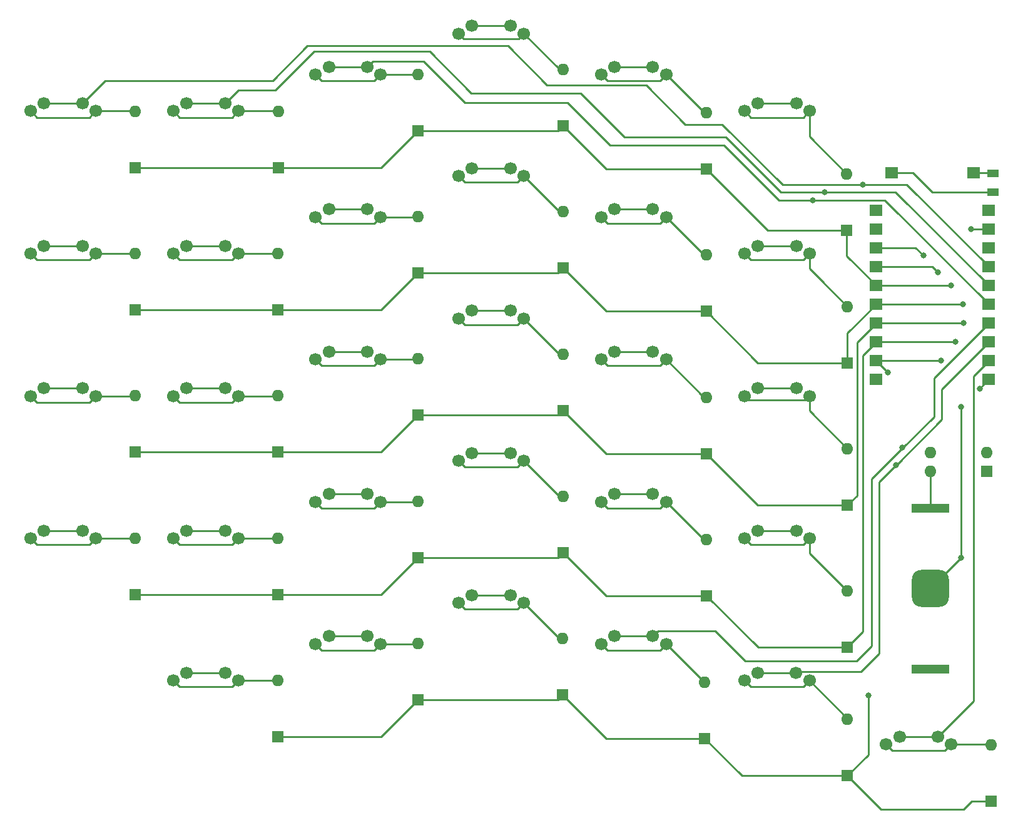
<source format=gbr>
%TF.GenerationSoftware,KiCad,Pcbnew,(6.0.8)*%
%TF.CreationDate,2023-02-14T17:54:26+07:00*%
%TF.ProjectId,dongle_256,646f6e67-6c65-45f3-9235-362e6b696361,rev?*%
%TF.SameCoordinates,Original*%
%TF.FileFunction,Copper,L1,Top*%
%TF.FilePolarity,Positive*%
%FSLAX46Y46*%
G04 Gerber Fmt 4.6, Leading zero omitted, Abs format (unit mm)*
G04 Created by KiCad (PCBNEW (6.0.8)) date 2023-02-14 17:54:26*
%MOMM*%
%LPD*%
G01*
G04 APERTURE LIST*
G04 Aperture macros list*
%AMRoundRect*
0 Rectangle with rounded corners*
0 $1 Rounding radius*
0 $2 $3 $4 $5 $6 $7 $8 $9 X,Y pos of 4 corners*
0 Add a 4 corners polygon primitive as box body*
4,1,4,$2,$3,$4,$5,$6,$7,$8,$9,$2,$3,0*
0 Add four circle primitives for the rounded corners*
1,1,$1+$1,$2,$3*
1,1,$1+$1,$4,$5*
1,1,$1+$1,$6,$7*
1,1,$1+$1,$8,$9*
0 Add four rect primitives between the rounded corners*
20,1,$1+$1,$2,$3,$4,$5,0*
20,1,$1+$1,$4,$5,$6,$7,0*
20,1,$1+$1,$6,$7,$8,$9,0*
20,1,$1+$1,$8,$9,$2,$3,0*%
G04 Aperture macros list end*
%TA.AperFunction,ComponentPad*%
%ADD10R,1.600000X1.600000*%
%TD*%
%TA.AperFunction,ComponentPad*%
%ADD11O,1.600000X1.600000*%
%TD*%
%TA.AperFunction,ComponentPad*%
%ADD12C,1.700000*%
%TD*%
%TA.AperFunction,SMDPad,CuDef*%
%ADD13R,1.800000X1.524000*%
%TD*%
%TA.AperFunction,SMDPad,CuDef*%
%ADD14R,5.100000X1.200000*%
%TD*%
%TA.AperFunction,SMDPad,CuDef*%
%ADD15RoundRect,1.250000X1.250000X-1.250000X1.250000X1.250000X-1.250000X1.250000X-1.250000X-1.250000X0*%
%TD*%
%TA.AperFunction,SMDPad,CuDef*%
%ADD16R,1.524000X1.000000*%
%TD*%
%TA.AperFunction,ViaPad*%
%ADD17C,0.800000*%
%TD*%
%TA.AperFunction,Conductor*%
%ADD18C,0.250000*%
%TD*%
G04 APERTURE END LIST*
D10*
%TO.P,D17,1,K*%
%TO.N,Net-(D13-Pad1)*%
X125830000Y-92787500D03*
D11*
%TO.P,D17,2,A*%
%TO.N,Net-(D17-Pad2)*%
X125830000Y-85167500D03*
%TD*%
D12*
%TO.P,SW28,1,COL*%
%TO.N,Net-(SW10-Pad1)*%
X113360000Y-117485500D03*
X118560000Y-117485500D03*
%TO.P,SW28,2,ROW*%
%TO.N,Net-(D28-Pad2)*%
X120360000Y-118535500D03*
X111560000Y-118535500D03*
%TD*%
D13*
%TO.P,U1,0.02,0.02*%
%TO.N,Net-(SW15-Pad1)*%
X164020000Y-72595000D03*
%TO.P,U1,0.09,0.09*%
%TO.N,Net-(D19-Pad1)*%
X148780000Y-77675000D03*
%TO.P,U1,0.10,0.10*%
%TO.N,Net-(D25-Pad1)*%
X148780000Y-80215000D03*
%TO.P,U1,0.13,0.13*%
%TO.N,Net-(U1-Pad0.13)*%
X148780000Y-59895000D03*
%TO.P,U1,0.15,0.15*%
%TO.N,Net-(U1-Pad0.15)*%
X148780000Y-62435000D03*
%TO.P,U1,0.17,0.17*%
%TO.N,Net-(U1-Pad0.17)*%
X148780000Y-64975000D03*
%TO.P,U1,0.20,0.20*%
%TO.N,Net-(SW31-Pad2)*%
X148780000Y-67515000D03*
%TO.P,U1,0.22,0.22*%
%TO.N,Net-(D1-Pad1)*%
X148780000Y-70055000D03*
%TO.P,U1,0.24,0.24*%
%TO.N,Net-(D10-Pad1)*%
X148780000Y-72595000D03*
%TO.P,U1,0.29,0.29*%
%TO.N,Net-(SW14-Pad1)*%
X164020000Y-70055000D03*
%TO.P,U1,0.31,0.31*%
%TO.N,Net-(SW1-Pad1)*%
X164020000Y-67515000D03*
%TO.P,U1,1.00,1.00*%
%TO.N,Net-(D13-Pad1)*%
X148780000Y-75135000D03*
%TO.P,U1,1.10,1.10*%
%TO.N,Net-(SW12-Pad1)*%
X164020000Y-80215000D03*
%TO.P,U1,1.13,1.13*%
%TO.N,Net-(SW11-Pad1)*%
X164020000Y-77675000D03*
%TO.P,U1,1.15,1.15*%
%TO.N,Net-(SW10-Pad1)*%
X164020000Y-75135000D03*
%TO.P,U1,G1,GND*%
%TO.N,Net-(BT1-Pad2)*%
X148780000Y-82755000D03*
%TO.P,U1,G2,GND*%
X164020000Y-82755000D03*
%TO.P,U1,G3,GND*%
X164020000Y-64975000D03*
%TO.P,U1,OUT,OUT*%
%TO.N,Net-(U1-PadOUT)*%
X164020000Y-62435000D03*
%TO.P,U1,SWDCLK,SWDCLK*%
%TO.N,Net-(J1-Pad1)*%
X161960000Y-54815000D03*
%TO.P,U1,SWDIO,SWDIO*%
%TO.N,Net-(J1-Pad2)*%
X150840000Y-54815000D03*
%TO.P,U1,VBUS,VBUS*%
%TO.N,Net-(U1-PadVBUS)*%
X164020000Y-59895000D03*
%TD*%
D10*
%TO.P,D30,1,K*%
%TO.N,Net-(D25-Pad1)*%
X164300000Y-139810000D03*
D11*
%TO.P,D30,2,A*%
%TO.N,Net-(D30-Pad2)*%
X164300000Y-132190000D03*
%TD*%
D10*
%TO.P,D12,1,K*%
%TO.N,Net-(D10-Pad1)*%
X144900000Y-80505000D03*
D11*
%TO.P,D12,2,A*%
%TO.N,Net-(D12-Pad2)*%
X144900000Y-72885000D03*
%TD*%
D10*
%TO.P,D21,1,K*%
%TO.N,Net-(D19-Pad1)*%
X86800000Y-106855000D03*
D11*
%TO.P,D21,2,A*%
%TO.N,Net-(D21-Pad2)*%
X86800000Y-99235000D03*
%TD*%
D10*
%TO.P,D22,1,K*%
%TO.N,Net-(D19-Pad1)*%
X106400000Y-106200000D03*
D11*
%TO.P,D22,2,A*%
%TO.N,Net-(D22-Pad2)*%
X106400000Y-98580000D03*
%TD*%
D12*
%TO.P,SW8,1,COL*%
%TO.N,Net-(SW14-Pad1)*%
X55490000Y-64673000D03*
X60690000Y-64673000D03*
%TO.P,SW8,2,ROW*%
%TO.N,Net-(D8-Pad2)*%
X53690000Y-65723000D03*
X62490000Y-65723000D03*
%TD*%
%TO.P,SW24,1,COL*%
%TO.N,Net-(SW12-Pad1)*%
X137970000Y-103204500D03*
X132770000Y-103204500D03*
%TO.P,SW24,2,ROW*%
%TO.N,Net-(D24-Pad2)*%
X130970000Y-104254500D03*
X139770000Y-104254500D03*
%TD*%
D10*
%TO.P,D5,1,K*%
%TO.N,Net-(D1-Pad1)*%
X125834000Y-54292500D03*
D11*
%TO.P,D5,2,A*%
%TO.N,Net-(D5-Pad2)*%
X125834000Y-46672500D03*
%TD*%
D12*
%TO.P,SW27,1,COL*%
%TO.N,Net-(SW15-Pad1)*%
X94080000Y-111945500D03*
X99280000Y-111945500D03*
%TO.P,SW27,2,ROW*%
%TO.N,Net-(D27-Pad2)*%
X92280000Y-112995500D03*
X101080000Y-112995500D03*
%TD*%
D10*
%TO.P,D27,1,K*%
%TO.N,Net-(D25-Pad1)*%
X106366000Y-125410250D03*
D11*
%TO.P,D27,2,A*%
%TO.N,Net-(D27-Pad2)*%
X106366000Y-117790250D03*
%TD*%
D12*
%TO.P,SW29,1,COL*%
%TO.N,Net-(SW11-Pad1)*%
X132760000Y-122433000D03*
X137960000Y-122433000D03*
%TO.P,SW29,2,ROW*%
%TO.N,Net-(D29-Pad2)*%
X139760000Y-123483000D03*
X130960000Y-123483000D03*
%TD*%
D14*
%TO.P,BT1,1,+*%
%TO.N,Net-(BT1-Pad1)*%
X156150000Y-100150000D03*
X156150000Y-121950000D03*
D15*
%TO.P,BT1,2,-*%
%TO.N,Net-(BT1-Pad2)*%
X156150000Y-111050000D03*
%TD*%
D10*
%TO.P,D20,1,K*%
%TO.N,Net-(D19-Pad1)*%
X67850000Y-111849750D03*
D11*
%TO.P,D20,2,A*%
%TO.N,Net-(D20-Pad2)*%
X67850000Y-104229750D03*
%TD*%
D12*
%TO.P,SW10,1,COL*%
%TO.N,Net-(SW10-Pad1)*%
X99290000Y-54185500D03*
X94090000Y-54185500D03*
%TO.P,SW10,2,ROW*%
%TO.N,Net-(D10-Pad2)*%
X101090000Y-55235500D03*
X92290000Y-55235500D03*
%TD*%
D10*
%TO.P,D4,1,K*%
%TO.N,Net-(D1-Pad1)*%
X106408000Y-48457500D03*
D11*
%TO.P,D4,2,A*%
%TO.N,Net-(D4-Pad2)*%
X106408000Y-40837500D03*
%TD*%
D12*
%TO.P,SW3,1,COL*%
%TO.N,Net-(SW15-Pad1)*%
X74730000Y-40459750D03*
X79930000Y-40459750D03*
%TO.P,SW3,2,ROW*%
%TO.N,Net-(D3-Pad2)*%
X72930000Y-41509750D03*
X81730000Y-41509750D03*
%TD*%
D10*
%TO.P,D29,1,K*%
%TO.N,Net-(D25-Pad1)*%
X144870000Y-136367500D03*
D11*
%TO.P,D29,2,A*%
%TO.N,Net-(D29-Pad2)*%
X144870000Y-128747500D03*
%TD*%
D10*
%TO.P,D16,1,K*%
%TO.N,Net-(D13-Pad1)*%
X106400000Y-86952500D03*
D11*
%TO.P,D16,2,A*%
%TO.N,Net-(D16-Pad2)*%
X106400000Y-79332500D03*
%TD*%
D12*
%TO.P,SW11,1,COL*%
%TO.N,Net-(SW11-Pad1)*%
X113370000Y-59725500D03*
X118570000Y-59725500D03*
%TO.P,SW11,2,ROW*%
%TO.N,Net-(D11-Pad2)*%
X120370000Y-60775500D03*
X111570000Y-60775500D03*
%TD*%
D10*
%TO.P,D18,1,K*%
%TO.N,Net-(D13-Pad1)*%
X144900000Y-99752500D03*
D11*
%TO.P,D18,2,A*%
%TO.N,Net-(D18-Pad2)*%
X144900000Y-92132500D03*
%TD*%
D10*
%TO.P,D26,1,K*%
%TO.N,Net-(D25-Pad1)*%
X86758000Y-126065250D03*
D11*
%TO.P,D26,2,A*%
%TO.N,Net-(D26-Pad2)*%
X86758000Y-118445250D03*
%TD*%
D12*
%TO.P,SW4,1,COL*%
%TO.N,Net-(SW10-Pad1)*%
X99290000Y-34919750D03*
X94090000Y-34919750D03*
%TO.P,SW4,2,ROW*%
%TO.N,Net-(D4-Pad2)*%
X101090000Y-35969750D03*
X92290000Y-35969750D03*
%TD*%
D10*
%TO.P,D3,1,K*%
%TO.N,Net-(D1-Pad1)*%
X86812000Y-49112500D03*
D11*
%TO.P,D3,2,A*%
%TO.N,Net-(D3-Pad2)*%
X86812000Y-41492500D03*
%TD*%
D12*
%TO.P,SW17,1,COL*%
%TO.N,Net-(SW11-Pad1)*%
X118570000Y-78991250D03*
X113370000Y-78991250D03*
%TO.P,SW17,2,ROW*%
%TO.N,Net-(D17-Pad2)*%
X111570000Y-80041250D03*
X120370000Y-80041250D03*
%TD*%
%TO.P,SW19,1,COL*%
%TO.N,Net-(SW1-Pad1)*%
X41370000Y-103204500D03*
X36170000Y-103204500D03*
%TO.P,SW19,2,ROW*%
%TO.N,Net-(D19-Pad2)*%
X34370000Y-104254500D03*
X43170000Y-104254500D03*
%TD*%
%TO.P,SW26,1,COL*%
%TO.N,Net-(SW14-Pad1)*%
X79920000Y-117485500D03*
X74720000Y-117485500D03*
%TO.P,SW26,2,ROW*%
%TO.N,Net-(D26-Pad2)*%
X72920000Y-118535500D03*
X81720000Y-118535500D03*
%TD*%
%TO.P,SW1,1,COL*%
%TO.N,Net-(SW1-Pad1)*%
X36170000Y-45407250D03*
X41370000Y-45407250D03*
%TO.P,SW1,2,ROW*%
%TO.N,Net-(D1-Pad2)*%
X43170000Y-46457250D03*
X34370000Y-46457250D03*
%TD*%
D10*
%TO.P,D7,1,K*%
%TO.N,Net-(D10-Pad1)*%
X48530000Y-73354750D03*
D11*
%TO.P,D7,2,A*%
%TO.N,Net-(D7-Pad2)*%
X48530000Y-65734750D03*
%TD*%
D10*
%TO.P,D11,1,K*%
%TO.N,Net-(D10-Pad1)*%
X125830000Y-73540000D03*
D11*
%TO.P,D11,2,A*%
%TO.N,Net-(D11-Pad2)*%
X125830000Y-65920000D03*
%TD*%
D12*
%TO.P,SW2,1,COL*%
%TO.N,Net-(SW14-Pad1)*%
X60690000Y-45407250D03*
X55490000Y-45407250D03*
%TO.P,SW2,2,ROW*%
%TO.N,Net-(D2-Pad2)*%
X53690000Y-46457250D03*
X62490000Y-46457250D03*
%TD*%
D10*
%TO.P,D14,1,K*%
%TO.N,Net-(D13-Pad1)*%
X67850000Y-92602250D03*
D11*
%TO.P,D14,2,A*%
%TO.N,Net-(D14-Pad2)*%
X67850000Y-84982250D03*
%TD*%
D12*
%TO.P,SW12,1,COL*%
%TO.N,Net-(SW12-Pad1)*%
X132770000Y-64673000D03*
X137970000Y-64673000D03*
%TO.P,SW12,2,ROW*%
%TO.N,Net-(D12-Pad2)*%
X130970000Y-65723000D03*
X139770000Y-65723000D03*
%TD*%
D16*
%TO.P,J1,1,Pin_1*%
%TO.N,Net-(J1-Pad1)*%
X164600000Y-54850000D03*
%TO.P,J1,2,Pin_2*%
%TO.N,Net-(J1-Pad2)*%
X164600000Y-57390000D03*
%TD*%
D12*
%TO.P,SW23,1,COL*%
%TO.N,Net-(SW11-Pad1)*%
X113370000Y-98257000D03*
X118570000Y-98257000D03*
%TO.P,SW23,2,ROW*%
%TO.N,Net-(D23-Pad2)*%
X111570000Y-99307000D03*
X120370000Y-99307000D03*
%TD*%
%TO.P,SW5,1,COL*%
%TO.N,Net-(SW11-Pad1)*%
X113370000Y-40459750D03*
X118570000Y-40459750D03*
%TO.P,SW5,2,ROW*%
%TO.N,Net-(D5-Pad2)*%
X120370000Y-41509750D03*
X111570000Y-41509750D03*
%TD*%
%TO.P,SW6,1,COL*%
%TO.N,Net-(SW12-Pad1)*%
X132770000Y-45407250D03*
X137970000Y-45407250D03*
%TO.P,SW6,2,ROW*%
%TO.N,Net-(D6-Pad2)*%
X130970000Y-46457250D03*
X139770000Y-46457250D03*
%TD*%
D10*
%TO.P,D25,1,K*%
%TO.N,Net-(D25-Pad1)*%
X67800000Y-131060000D03*
D11*
%TO.P,D25,2,A*%
%TO.N,Net-(D25-Pad2)*%
X67800000Y-123440000D03*
%TD*%
D12*
%TO.P,SW14,1,COL*%
%TO.N,Net-(SW14-Pad1)*%
X60690000Y-83938750D03*
X55490000Y-83938750D03*
%TO.P,SW14,2,ROW*%
%TO.N,Net-(D14-Pad2)*%
X62490000Y-84988750D03*
X53690000Y-84988750D03*
%TD*%
%TO.P,SW20,1,COL*%
%TO.N,Net-(SW14-Pad1)*%
X60690000Y-103204500D03*
X55490000Y-103204500D03*
%TO.P,SW20,2,ROW*%
%TO.N,Net-(D20-Pad2)*%
X62490000Y-104254500D03*
X53690000Y-104254500D03*
%TD*%
D10*
%TO.P,D9,1,K*%
%TO.N,Net-(D10-Pad1)*%
X86800000Y-68360000D03*
D11*
%TO.P,D9,2,A*%
%TO.N,Net-(D9-Pad2)*%
X86800000Y-60740000D03*
%TD*%
D10*
%TO.P,D19,1,K*%
%TO.N,Net-(D19-Pad1)*%
X48530000Y-111849750D03*
D11*
%TO.P,D19,2,A*%
%TO.N,Net-(D19-Pad2)*%
X48530000Y-104229750D03*
%TD*%
D10*
%TO.P,D15,1,K*%
%TO.N,Net-(D13-Pad1)*%
X86800000Y-87607500D03*
D11*
%TO.P,D15,2,A*%
%TO.N,Net-(D15-Pad2)*%
X86800000Y-79987500D03*
%TD*%
D10*
%TO.P,D2,1,K*%
%TO.N,Net-(D1-Pad1)*%
X67866000Y-54107250D03*
D11*
%TO.P,D2,2,A*%
%TO.N,Net-(D2-Pad2)*%
X67866000Y-46487250D03*
%TD*%
D10*
%TO.P,D13,1,K*%
%TO.N,Net-(D13-Pad1)*%
X48530000Y-92602250D03*
D11*
%TO.P,D13,2,A*%
%TO.N,Net-(D13-Pad2)*%
X48530000Y-84982250D03*
%TD*%
D12*
%TO.P,SW15,1,COL*%
%TO.N,Net-(SW15-Pad1)*%
X74730000Y-78991250D03*
X79930000Y-78991250D03*
%TO.P,SW15,2,ROW*%
%TO.N,Net-(D15-Pad2)*%
X72930000Y-80041250D03*
X81730000Y-80041250D03*
%TD*%
%TO.P,SW30,1,COL*%
%TO.N,Net-(SW12-Pad1)*%
X151950000Y-131053000D03*
X157150000Y-131053000D03*
%TO.P,SW30,2,ROW*%
%TO.N,Net-(D30-Pad2)*%
X150150000Y-132103000D03*
X158950000Y-132103000D03*
%TD*%
%TO.P,SW18,1,COL*%
%TO.N,Net-(SW12-Pad1)*%
X132770000Y-83938750D03*
X137970000Y-83938750D03*
%TO.P,SW18,2,ROW*%
%TO.N,Net-(D18-Pad2)*%
X139770000Y-84988750D03*
X130970000Y-84988750D03*
%TD*%
D10*
%TO.P,D6,1,K*%
%TO.N,Net-(D1-Pad1)*%
X144800000Y-62560000D03*
D11*
%TO.P,D6,2,A*%
%TO.N,Net-(D6-Pad2)*%
X144800000Y-54940000D03*
%TD*%
D12*
%TO.P,SW9,1,COL*%
%TO.N,Net-(SW15-Pad1)*%
X79930000Y-59725500D03*
X74730000Y-59725500D03*
%TO.P,SW9,2,ROW*%
%TO.N,Net-(D9-Pad2)*%
X81730000Y-60775500D03*
X72930000Y-60775500D03*
%TD*%
%TO.P,SW21,1,COL*%
%TO.N,Net-(SW15-Pad1)*%
X79930000Y-98257000D03*
X74730000Y-98257000D03*
%TO.P,SW21,2,ROW*%
%TO.N,Net-(D21-Pad2)*%
X72930000Y-99307000D03*
X81730000Y-99307000D03*
%TD*%
%TO.P,SW16,1,COL*%
%TO.N,Net-(SW10-Pad1)*%
X94090000Y-73451250D03*
X99290000Y-73451250D03*
%TO.P,SW16,2,ROW*%
%TO.N,Net-(D16-Pad2)*%
X101090000Y-74501250D03*
X92290000Y-74501250D03*
%TD*%
D10*
%TO.P,D28,1,K*%
%TO.N,Net-(D25-Pad1)*%
X125600000Y-131350000D03*
D11*
%TO.P,D28,2,A*%
%TO.N,Net-(D28-Pad2)*%
X125600000Y-123730000D03*
%TD*%
D10*
%TO.P,SW31,1*%
%TO.N,Net-(U1-PadOUT)*%
X163767500Y-95175000D03*
D11*
%TO.P,SW31,2*%
%TO.N,Net-(SW31-Pad2)*%
X163767500Y-92635000D03*
%TO.P,SW31,3*%
%TO.N,Net-(U1-Pad0.17)*%
X156147500Y-92635000D03*
%TO.P,SW31,4*%
%TO.N,Net-(BT1-Pad1)*%
X156147500Y-95175000D03*
%TD*%
D12*
%TO.P,SW13,1,COL*%
%TO.N,Net-(SW1-Pad1)*%
X41370000Y-83938750D03*
X36170000Y-83938750D03*
%TO.P,SW13,2,ROW*%
%TO.N,Net-(D13-Pad2)*%
X43170000Y-84988750D03*
X34370000Y-84988750D03*
%TD*%
D10*
%TO.P,D8,1,K*%
%TO.N,Net-(D10-Pad1)*%
X67850000Y-73354750D03*
D11*
%TO.P,D8,2,A*%
%TO.N,Net-(D8-Pad2)*%
X67850000Y-65734750D03*
%TD*%
D12*
%TO.P,SW7,1,COL*%
%TO.N,Net-(SW1-Pad1)*%
X41370000Y-64673000D03*
X36170000Y-64673000D03*
%TO.P,SW7,2,ROW*%
%TO.N,Net-(D7-Pad2)*%
X34370000Y-65723000D03*
X43170000Y-65723000D03*
%TD*%
D10*
%TO.P,D23,1,K*%
%TO.N,Net-(D19-Pad1)*%
X125830000Y-112035000D03*
D11*
%TO.P,D23,2,A*%
%TO.N,Net-(D23-Pad2)*%
X125830000Y-104415000D03*
%TD*%
D10*
%TO.P,D24,1,K*%
%TO.N,Net-(D19-Pad1)*%
X144900000Y-119000000D03*
D11*
%TO.P,D24,2,A*%
%TO.N,Net-(D24-Pad2)*%
X144900000Y-111380000D03*
%TD*%
D12*
%TO.P,SW22,1,COL*%
%TO.N,Net-(SW10-Pad1)*%
X99290000Y-92717000D03*
X94090000Y-92717000D03*
%TO.P,SW22,2,ROW*%
%TO.N,Net-(D22-Pad2)*%
X92290000Y-93767000D03*
X101090000Y-93767000D03*
%TD*%
%TO.P,SW25,1,COL*%
%TO.N,Net-(SW1-Pad1)*%
X60680000Y-122433000D03*
X55480000Y-122433000D03*
%TO.P,SW25,2,ROW*%
%TO.N,Net-(D25-Pad2)*%
X62480000Y-123483000D03*
X53680000Y-123483000D03*
%TD*%
D10*
%TO.P,D1,1,K*%
%TO.N,Net-(D1-Pad1)*%
X48550000Y-54107250D03*
D11*
%TO.P,D1,2,A*%
%TO.N,Net-(D1-Pad2)*%
X48550000Y-46487250D03*
%TD*%
D10*
%TO.P,D10,1,K*%
%TO.N,Net-(D10-Pad1)*%
X106400000Y-67705000D03*
D11*
%TO.P,D10,2,A*%
%TO.N,Net-(D10-Pad2)*%
X106400000Y-60085000D03*
%TD*%
D17*
%TO.N,Net-(D1-Pad1)*%
X158945000Y-70055000D03*
%TO.N,Net-(D10-Pad1)*%
X160555000Y-72595000D03*
%TO.N,Net-(D13-Pad1)*%
X160585000Y-75135000D03*
%TO.N,Net-(D19-Pad1)*%
X159475000Y-77675000D03*
%TO.N,Net-(D25-Pad1)*%
X147721000Y-125479000D03*
X150400000Y-81800000D03*
X157550000Y-80215000D03*
%TO.N,Net-(SW1-Pad1)*%
X147000000Y-56400000D03*
%TO.N,Net-(SW14-Pad1)*%
X141850000Y-57400000D03*
%TO.N,Net-(SW15-Pad1)*%
X140200000Y-58500000D03*
%TO.N,Net-(SW10-Pad1)*%
X152350000Y-92000000D03*
%TO.N,Net-(SW11-Pad1)*%
X151450000Y-94300000D03*
%TO.N,Net-(BT1-Pad2)*%
X160300000Y-106900000D03*
X162775000Y-84000000D03*
X160300000Y-86450000D03*
%TO.N,Net-(U1-PadOUT)*%
X161665000Y-62435000D03*
%TO.N,Net-(SW31-Pad2)*%
X157100000Y-68250000D03*
%TO.N,Net-(U1-Pad0.17)*%
X155150000Y-66000000D03*
%TD*%
D18*
%TO.N,Net-(D1-Pad1)*%
X105753000Y-49112500D02*
X106408000Y-48457500D01*
X144800000Y-66065000D02*
X144800000Y-62560000D01*
X48550000Y-54107250D02*
X67866000Y-54107250D01*
X148780000Y-70055000D02*
X158945000Y-70055000D01*
X148800000Y-70065000D02*
X144800000Y-66065000D01*
X133895750Y-62354250D02*
X125834000Y-54292500D01*
X81817250Y-54107250D02*
X86812000Y-49112500D01*
X86812000Y-49112500D02*
X105753000Y-49112500D01*
X133895750Y-62354250D02*
X134101500Y-62560000D01*
X67866000Y-54107250D02*
X81817250Y-54107250D01*
X106408000Y-48457500D02*
X112243000Y-54292500D01*
X134101500Y-62560000D02*
X144800000Y-62560000D01*
X112243000Y-54292500D02*
X125834000Y-54292500D01*
%TO.N,Net-(D1-Pad2)*%
X48520000Y-46457250D02*
X48550000Y-46487250D01*
X34370000Y-46457250D02*
X35220000Y-47307250D01*
X42320000Y-47307250D02*
X43170000Y-46457250D01*
X35220000Y-47307250D02*
X42320000Y-47307250D01*
X43170000Y-46457250D02*
X48520000Y-46457250D01*
%TO.N,Net-(D2-Pad2)*%
X61640000Y-47307250D02*
X62490000Y-46457250D01*
X67836000Y-46457250D02*
X67866000Y-46487250D01*
X62490000Y-46457250D02*
X67836000Y-46457250D01*
X53690000Y-46457250D02*
X54540000Y-47307250D01*
X54540000Y-47307250D02*
X61640000Y-47307250D01*
%TO.N,Net-(D3-Pad2)*%
X80880000Y-42359750D02*
X81730000Y-41509750D01*
X73780000Y-42359750D02*
X80880000Y-42359750D01*
X81730000Y-41509750D02*
X86794750Y-41509750D01*
X72930000Y-41509750D02*
X73780000Y-42359750D01*
X86794750Y-41509750D02*
X86812000Y-41492500D01*
%TO.N,Net-(D4-Pad2)*%
X92970250Y-36650000D02*
X100409750Y-36650000D01*
X100409750Y-36650000D02*
X101090000Y-35969750D01*
X105957750Y-40837500D02*
X106408000Y-40837500D01*
X92290000Y-35969750D02*
X92970250Y-36650000D01*
X101090000Y-35969750D02*
X105957750Y-40837500D01*
%TO.N,Net-(D5-Pad2)*%
X119520000Y-42359750D02*
X120370000Y-41509750D01*
X111570000Y-41509750D02*
X112420000Y-42359750D01*
X120370000Y-41509750D02*
X125532750Y-46672500D01*
X112420000Y-42359750D02*
X119520000Y-42359750D01*
X125532750Y-46672500D02*
X125834000Y-46672500D01*
%TO.N,Net-(D6-Pad2)*%
X139770000Y-49910000D02*
X144800000Y-54940000D01*
X139770000Y-49730000D02*
X139770000Y-49910000D01*
X139770000Y-46457250D02*
X139770000Y-49730000D01*
X130970000Y-46457250D02*
X131820000Y-47307250D01*
X138920000Y-47307250D02*
X139770000Y-46457250D01*
X131820000Y-47307250D02*
X138920000Y-47307250D01*
%TO.N,Net-(D10-Pad1)*%
X81805250Y-73354750D02*
X86800000Y-68360000D01*
X67850000Y-73354750D02*
X81805250Y-73354750D01*
X112235000Y-73540000D02*
X125830000Y-73540000D01*
X144900000Y-80505000D02*
X144900000Y-76505000D01*
X106400000Y-67705000D02*
X112235000Y-73540000D01*
X86800000Y-68360000D02*
X105745000Y-68360000D01*
X144900000Y-76505000D02*
X148800000Y-72605000D01*
X105745000Y-68360000D02*
X106400000Y-67705000D01*
X48530000Y-73354750D02*
X67850000Y-73354750D01*
X132795000Y-80505000D02*
X125830000Y-73540000D01*
X148780000Y-72595000D02*
X160555000Y-72595000D01*
X144900000Y-80505000D02*
X132795000Y-80505000D01*
%TO.N,Net-(D7-Pad2)*%
X35220000Y-66573000D02*
X42320000Y-66573000D01*
X43170000Y-65723000D02*
X48518250Y-65723000D01*
X42320000Y-66573000D02*
X43170000Y-65723000D01*
X48518250Y-65723000D02*
X48530000Y-65734750D01*
X34370000Y-65723000D02*
X35220000Y-66573000D01*
%TO.N,Net-(D8-Pad2)*%
X62490000Y-65723000D02*
X67838250Y-65723000D01*
X53690000Y-65723000D02*
X54540000Y-66573000D01*
X67838250Y-65723000D02*
X67850000Y-65734750D01*
X54540000Y-66573000D02*
X61640000Y-66573000D01*
X61640000Y-66573000D02*
X62490000Y-65723000D01*
%TO.N,Net-(D9-Pad2)*%
X81730000Y-60775500D02*
X86764500Y-60775500D01*
X72930000Y-60775500D02*
X73780000Y-61625500D01*
X73780000Y-61625500D02*
X80880000Y-61625500D01*
X86764500Y-60775500D02*
X86800000Y-60740000D01*
X80880000Y-61625500D02*
X81730000Y-60775500D01*
%TO.N,Net-(D10-Pad2)*%
X92290000Y-55235500D02*
X93140000Y-56085500D01*
X101090000Y-55235500D02*
X105939500Y-60085000D01*
X105939500Y-60085000D02*
X106400000Y-60085000D01*
X100240000Y-56085500D02*
X101090000Y-55235500D01*
X93140000Y-56085500D02*
X100240000Y-56085500D01*
%TO.N,Net-(D11-Pad2)*%
X112420000Y-61625500D02*
X119520000Y-61625500D01*
X111570000Y-60775500D02*
X112420000Y-61625500D01*
X119520000Y-61625500D02*
X120370000Y-60775500D01*
X120370000Y-60775500D02*
X125514500Y-65920000D01*
X125514500Y-65920000D02*
X125830000Y-65920000D01*
%TO.N,Net-(D12-Pad2)*%
X139770000Y-67770000D02*
X139770000Y-65723000D01*
X141315000Y-69300000D02*
X141300000Y-69300000D01*
X141300000Y-69300000D02*
X139770000Y-67770000D01*
X130970000Y-65723000D02*
X131820000Y-66573000D01*
X138920000Y-66573000D02*
X139770000Y-65723000D01*
X144900000Y-72885000D02*
X141315000Y-69300000D01*
X131820000Y-66573000D02*
X138920000Y-66573000D01*
%TO.N,Net-(D13-Pad1)*%
X81805250Y-92602250D02*
X86800000Y-87607500D01*
X144900000Y-99752500D02*
X146200000Y-98452500D01*
X67850000Y-92602250D02*
X81805250Y-92602250D01*
X112235000Y-92787500D02*
X125830000Y-92787500D01*
X48530000Y-92602250D02*
X67850000Y-92602250D01*
X160585000Y-75135000D02*
X148780000Y-75135000D01*
X106400000Y-86952500D02*
X112235000Y-92787500D01*
X132795000Y-99752500D02*
X125830000Y-92787500D01*
X105745000Y-87607500D02*
X106400000Y-86952500D01*
X146200000Y-77745000D02*
X148800000Y-75145000D01*
X144900000Y-99752500D02*
X132795000Y-99752500D01*
X146200000Y-98452500D02*
X146200000Y-77745000D01*
X86800000Y-87607500D02*
X105745000Y-87607500D01*
%TO.N,Net-(D13-Pad2)*%
X35220000Y-85838750D02*
X42320000Y-85838750D01*
X43170000Y-84988750D02*
X48523500Y-84988750D01*
X34370000Y-84988750D02*
X35220000Y-85838750D01*
X48523500Y-84988750D02*
X48530000Y-84982250D01*
X42320000Y-85838750D02*
X43170000Y-84988750D01*
%TO.N,Net-(D14-Pad2)*%
X53690000Y-84988750D02*
X54540000Y-85838750D01*
X62490000Y-84988750D02*
X67843500Y-84988750D01*
X61640000Y-85838750D02*
X62490000Y-84988750D01*
X67843500Y-84988750D02*
X67850000Y-84982250D01*
X54540000Y-85838750D02*
X61640000Y-85838750D01*
%TO.N,Net-(D15-Pad2)*%
X72930000Y-80041250D02*
X73780000Y-80891250D01*
X81730000Y-80041250D02*
X86746250Y-80041250D01*
X80880000Y-80891250D02*
X81730000Y-80041250D01*
X86746250Y-80041250D02*
X86800000Y-79987500D01*
X73780000Y-80891250D02*
X80880000Y-80891250D01*
%TO.N,Net-(D16-Pad2)*%
X101090000Y-74501250D02*
X105921250Y-79332500D01*
X105921250Y-79332500D02*
X106400000Y-79332500D01*
X92290000Y-74501250D02*
X93140000Y-75351250D01*
X100240000Y-75351250D02*
X101090000Y-74501250D01*
X93140000Y-75351250D02*
X100240000Y-75351250D01*
%TO.N,Net-(D17-Pad2)*%
X111570000Y-80041250D02*
X112420000Y-80891250D01*
X125496250Y-85167500D02*
X125830000Y-85167500D01*
X119520000Y-80891250D02*
X120370000Y-80041250D01*
X112420000Y-80891250D02*
X119520000Y-80891250D01*
X120370000Y-80041250D02*
X125496250Y-85167500D01*
%TO.N,Net-(D18-Pad2)*%
X139770000Y-87002500D02*
X144900000Y-92132500D01*
X139208750Y-85550000D02*
X139770000Y-84988750D01*
X130970000Y-84988750D02*
X131531250Y-85550000D01*
X131531250Y-85550000D02*
X139208750Y-85550000D01*
X139770000Y-84988750D02*
X139770000Y-87002500D01*
%TO.N,Net-(D19-Pad1)*%
X106400000Y-106200000D02*
X112235000Y-112035000D01*
X125835000Y-112035000D02*
X132800000Y-119000000D01*
X105745000Y-106855000D02*
X106400000Y-106200000D01*
X81805250Y-111849750D02*
X86800000Y-106855000D01*
X144900000Y-119000000D02*
X147000000Y-116900000D01*
X132800000Y-119000000D02*
X144900000Y-119000000D01*
X159475000Y-77675000D02*
X148780000Y-77675000D01*
X112235000Y-112035000D02*
X125830000Y-112035000D01*
X67850000Y-111849750D02*
X81805250Y-111849750D01*
X86800000Y-106855000D02*
X105745000Y-106855000D01*
X147000000Y-116900000D02*
X147000000Y-79485000D01*
X125830000Y-112035000D02*
X125835000Y-112035000D01*
X48530000Y-111849750D02*
X67850000Y-111849750D01*
X147000000Y-79485000D02*
X148800000Y-77685000D01*
%TO.N,Net-(D19-Pad2)*%
X42320000Y-105104500D02*
X43170000Y-104254500D01*
X35220000Y-105104500D02*
X42320000Y-105104500D01*
X43170000Y-104254500D02*
X48505250Y-104254500D01*
X34370000Y-104254500D02*
X35220000Y-105104500D01*
X48505250Y-104254500D02*
X48530000Y-104229750D01*
%TO.N,Net-(D20-Pad2)*%
X61640000Y-105104500D02*
X62490000Y-104254500D01*
X54540000Y-105104500D02*
X61640000Y-105104500D01*
X62490000Y-104254500D02*
X67825250Y-104254500D01*
X53690000Y-104254500D02*
X54540000Y-105104500D01*
X67825250Y-104254500D02*
X67850000Y-104229750D01*
%TO.N,Net-(D21-Pad2)*%
X73780000Y-100157000D02*
X80880000Y-100157000D01*
X81730000Y-99307000D02*
X86728000Y-99307000D01*
X80880000Y-100157000D02*
X81730000Y-99307000D01*
X86728000Y-99307000D02*
X86800000Y-99235000D01*
X72930000Y-99307000D02*
X73780000Y-100157000D01*
%TO.N,Net-(D22-Pad2)*%
X101090000Y-93767000D02*
X105903000Y-98580000D01*
X105903000Y-98580000D02*
X106400000Y-98580000D01*
X100240000Y-94617000D02*
X101090000Y-93767000D01*
X92290000Y-93767000D02*
X93140000Y-94617000D01*
X93140000Y-94617000D02*
X100240000Y-94617000D01*
%TO.N,Net-(D23-Pad2)*%
X125478000Y-104415000D02*
X125830000Y-104415000D01*
X119520000Y-100157000D02*
X120370000Y-99307000D01*
X112420000Y-100157000D02*
X119520000Y-100157000D01*
X120370000Y-99307000D02*
X125478000Y-104415000D01*
X111570000Y-99307000D02*
X112420000Y-100157000D01*
%TO.N,Net-(D24-Pad2)*%
X139770000Y-104254500D02*
X139770000Y-106250000D01*
X138920000Y-105104500D02*
X139770000Y-104254500D01*
X131820000Y-105104500D02*
X138920000Y-105104500D01*
X139770000Y-106250000D02*
X144900000Y-111380000D01*
X130970000Y-104254500D02*
X131820000Y-105104500D01*
%TO.N,Net-(D25-Pad1)*%
X81763250Y-131060000D02*
X86758000Y-126065250D01*
X105711000Y-126065250D02*
X106366000Y-125410250D01*
X125600000Y-131350000D02*
X130617500Y-136367500D01*
X67800000Y-131060000D02*
X81763250Y-131060000D01*
X150400000Y-81800000D02*
X150365000Y-81800000D01*
X106366000Y-125410250D02*
X112305750Y-131350000D01*
X86758000Y-126065250D02*
X105711000Y-126065250D01*
X147721000Y-133516500D02*
X147721000Y-125479000D01*
X148780000Y-80215000D02*
X157335000Y-80215000D01*
X144870000Y-136367500D02*
X149402500Y-140900000D01*
X144870000Y-136367500D02*
X147721000Y-133516500D01*
X130617500Y-136367500D02*
X144870000Y-136367500D01*
X112305750Y-131350000D02*
X125600000Y-131350000D01*
X149402500Y-140900000D02*
X160650000Y-140900000D01*
X150365000Y-81800000D02*
X148780000Y-80215000D01*
X161740000Y-139810000D02*
X164300000Y-139810000D01*
X160650000Y-140900000D02*
X161740000Y-139810000D01*
%TO.N,Net-(D25-Pad2)*%
X61630000Y-124333000D02*
X62480000Y-123483000D01*
X62480000Y-123483000D02*
X67757000Y-123483000D01*
X67757000Y-123483000D02*
X67800000Y-123440000D01*
X54530000Y-124333000D02*
X61630000Y-124333000D01*
X53680000Y-123483000D02*
X54530000Y-124333000D01*
%TO.N,Net-(D26-Pad2)*%
X73770000Y-119385500D02*
X80870000Y-119385500D01*
X72920000Y-118535500D02*
X73770000Y-119385500D01*
X80870000Y-119385500D02*
X81720000Y-118535500D01*
X81720000Y-118535500D02*
X86667750Y-118535500D01*
X86667750Y-118535500D02*
X86758000Y-118445250D01*
%TO.N,Net-(D27-Pad2)*%
X101080000Y-112995500D02*
X105874750Y-117790250D01*
X105874750Y-117790250D02*
X106366000Y-117790250D01*
X92280000Y-112995500D02*
X93130000Y-113845500D01*
X93130000Y-113845500D02*
X100230000Y-113845500D01*
X100230000Y-113845500D02*
X101080000Y-112995500D01*
%TO.N,Net-(D28-Pad2)*%
X119510000Y-119385500D02*
X120360000Y-118535500D01*
X125554500Y-123730000D02*
X125600000Y-123730000D01*
X111555500Y-118540000D02*
X111560000Y-118535500D01*
X120360000Y-118535500D02*
X125554500Y-123730000D01*
X111560000Y-118535500D02*
X112410000Y-119385500D01*
X112410000Y-119385500D02*
X119510000Y-119385500D01*
%TO.N,Net-(D29-Pad2)*%
X130953000Y-123490000D02*
X130960000Y-123483000D01*
X131810000Y-124333000D02*
X138910000Y-124333000D01*
X130960000Y-123483000D02*
X131810000Y-124333000D01*
X138910000Y-124333000D02*
X139760000Y-123483000D01*
X139760000Y-123483000D02*
X144870000Y-128593000D01*
X144870000Y-128593000D02*
X144870000Y-128747500D01*
%TO.N,Net-(D30-Pad2)*%
X158100000Y-132953000D02*
X158950000Y-132103000D01*
X151000000Y-132953000D02*
X158100000Y-132953000D01*
X164213000Y-132103000D02*
X164300000Y-132190000D01*
X150150000Y-132103000D02*
X151000000Y-132953000D01*
X158950000Y-132103000D02*
X164213000Y-132103000D01*
%TO.N,Net-(SW1-Pad1)*%
X152915000Y-56400000D02*
X147000000Y-56400000D01*
X98950000Y-37650000D02*
X71800000Y-37650000D01*
X164040000Y-67525000D02*
X152915000Y-56400000D01*
X36170000Y-64673000D02*
X41370000Y-64673000D01*
X127950000Y-48250000D02*
X122950000Y-48250000D01*
X36170000Y-83938750D02*
X41370000Y-83938750D01*
X117650000Y-42950000D02*
X104250000Y-42950000D01*
X67100000Y-42350000D02*
X44427250Y-42350000D01*
X36170000Y-103204500D02*
X41370000Y-103204500D01*
X44427250Y-42350000D02*
X41370000Y-45407250D01*
X71800000Y-37650000D02*
X67100000Y-42350000D01*
X36170000Y-45407250D02*
X41370000Y-45407250D01*
X147000000Y-56400000D02*
X136100000Y-56400000D01*
X104250000Y-42950000D02*
X98950000Y-37650000D01*
X55480000Y-122433000D02*
X60680000Y-122433000D01*
X136100000Y-56400000D02*
X127950000Y-48250000D01*
X122950000Y-48250000D02*
X117650000Y-42950000D01*
%TO.N,Net-(SW14-Pad1)*%
X128450000Y-49950000D02*
X114700000Y-49950000D01*
X141850000Y-57400000D02*
X135900000Y-57400000D01*
X79920000Y-117485500D02*
X74720000Y-117485500D01*
X55490000Y-103204500D02*
X60690000Y-103204500D01*
X55490000Y-45407250D02*
X60690000Y-45407250D01*
X94000000Y-44050000D02*
X88350000Y-38400000D01*
X135900000Y-57400000D02*
X128450000Y-49950000D01*
X55490000Y-64673000D02*
X60690000Y-64673000D01*
X108800000Y-44050000D02*
X94000000Y-44050000D01*
X72700000Y-38400000D02*
X67450000Y-43650000D01*
X55490000Y-83938750D02*
X60690000Y-83938750D01*
X151375000Y-57400000D02*
X141850000Y-57400000D01*
X62447250Y-43650000D02*
X60690000Y-45407250D01*
X88350000Y-38400000D02*
X72700000Y-38400000D01*
X114700000Y-49950000D02*
X108800000Y-44050000D01*
X67450000Y-43650000D02*
X62447250Y-43650000D01*
X164040000Y-70065000D02*
X151375000Y-57400000D01*
%TO.N,Net-(SW15-Pad1)*%
X112800000Y-51050000D02*
X107050000Y-45300000D01*
X74730000Y-98257000D02*
X79930000Y-98257000D01*
X74730000Y-78991250D02*
X79930000Y-78991250D01*
X149935000Y-58500000D02*
X135600000Y-58500000D01*
X87550000Y-39700000D02*
X80689750Y-39700000D01*
X80689750Y-39700000D02*
X79930000Y-40459750D01*
X99280000Y-111945500D02*
X94080000Y-111945500D01*
X135600000Y-58500000D02*
X128150000Y-51050000D01*
X93150000Y-45300000D02*
X87550000Y-39700000D01*
X128150000Y-51050000D02*
X112800000Y-51050000D01*
X107050000Y-45300000D02*
X93150000Y-45300000D01*
X164040000Y-72605000D02*
X149935000Y-58500000D01*
X74730000Y-40459750D02*
X79930000Y-40459750D01*
X74730000Y-59725500D02*
X79930000Y-59725500D01*
%TO.N,Net-(SW10-Pad1)*%
X148200000Y-96200000D02*
X148200000Y-118800000D01*
X94090000Y-92717000D02*
X99290000Y-92717000D01*
X94090000Y-34919750D02*
X99290000Y-34919750D01*
X119295500Y-116750000D02*
X118560000Y-117485500D01*
X127000000Y-116750000D02*
X119295500Y-116750000D01*
X152350000Y-92000000D02*
X152350000Y-92050000D01*
X94090000Y-73451250D02*
X99290000Y-73451250D01*
X152400000Y-92000000D02*
X156600000Y-87800000D01*
X152350000Y-92050000D02*
X148200000Y-96200000D01*
X131100000Y-120850000D02*
X127000000Y-116750000D01*
X152350000Y-92000000D02*
X152400000Y-92000000D01*
X118560000Y-117485500D02*
X113360000Y-117485500D01*
X94090000Y-54185500D02*
X99290000Y-54185500D01*
X156600000Y-87800000D02*
X156600000Y-82585000D01*
X146150000Y-120850000D02*
X131100000Y-120850000D01*
X148200000Y-118800000D02*
X146150000Y-120850000D01*
X156600000Y-82585000D02*
X164040000Y-75145000D01*
%TO.N,Net-(SW11-Pad1)*%
X113370000Y-40459750D02*
X118570000Y-40459750D01*
X151450000Y-94300000D02*
X149150000Y-96600000D01*
X113370000Y-78991250D02*
X118570000Y-78991250D01*
X149150000Y-119850000D02*
X146692000Y-122308000D01*
X113370000Y-98257000D02*
X118570000Y-98257000D01*
X118570000Y-59725500D02*
X113370000Y-59725500D01*
X137960000Y-122433000D02*
X132760000Y-122433000D01*
X138085000Y-122308000D02*
X137960000Y-122433000D01*
X149150000Y-96600000D02*
X149150000Y-119850000D01*
X146692000Y-122308000D02*
X138085000Y-122308000D01*
X151450000Y-94300000D02*
X151550000Y-94300000D01*
X157650000Y-84075000D02*
X164040000Y-77685000D01*
X157650000Y-88200000D02*
X157650000Y-84075000D01*
X151550000Y-94300000D02*
X157650000Y-88200000D01*
%TO.N,Net-(SW12-Pad1)*%
X137970000Y-64673000D02*
X132770000Y-64673000D01*
X132770000Y-103204500D02*
X137970000Y-103204500D01*
X161950000Y-126253000D02*
X161950000Y-82315000D01*
X132770000Y-45407250D02*
X137970000Y-45407250D01*
X157150000Y-131053000D02*
X151950000Y-131053000D01*
X132770000Y-83938750D02*
X137970000Y-83938750D01*
X161950000Y-82315000D02*
X164040000Y-80225000D01*
X157150000Y-131053000D02*
X161950000Y-126253000D01*
%TO.N,Net-(BT1-Pad2)*%
X160300000Y-86450000D02*
X160300000Y-106900000D01*
X156150000Y-111050000D02*
X160300000Y-106900000D01*
X162775000Y-84000000D02*
X164020000Y-82755000D01*
%TO.N,Net-(BT1-Pad1)*%
X156150000Y-100150000D02*
X156150000Y-95177500D01*
X156150000Y-95177500D02*
X156147500Y-95175000D01*
%TO.N,Net-(J1-Pad1)*%
X164585000Y-54815000D02*
X164600000Y-54800000D01*
X161960000Y-54815000D02*
X164565000Y-54815000D01*
X164565000Y-54815000D02*
X164600000Y-54850000D01*
%TO.N,Net-(J1-Pad2)*%
X150840000Y-54815000D02*
X153765000Y-54815000D01*
X156340000Y-57390000D02*
X164600000Y-57390000D01*
X153765000Y-54815000D02*
X156340000Y-57390000D01*
%TO.N,Net-(U1-PadOUT)*%
X161665000Y-62435000D02*
X164020000Y-62435000D01*
%TO.N,Net-(SW31-Pad2)*%
X156365000Y-67515000D02*
X148780000Y-67515000D01*
X157100000Y-68250000D02*
X156365000Y-67515000D01*
%TO.N,Net-(U1-Pad0.17)*%
X154125000Y-64975000D02*
X148780000Y-64975000D01*
X155150000Y-66000000D02*
X154125000Y-64975000D01*
%TD*%
M02*

</source>
